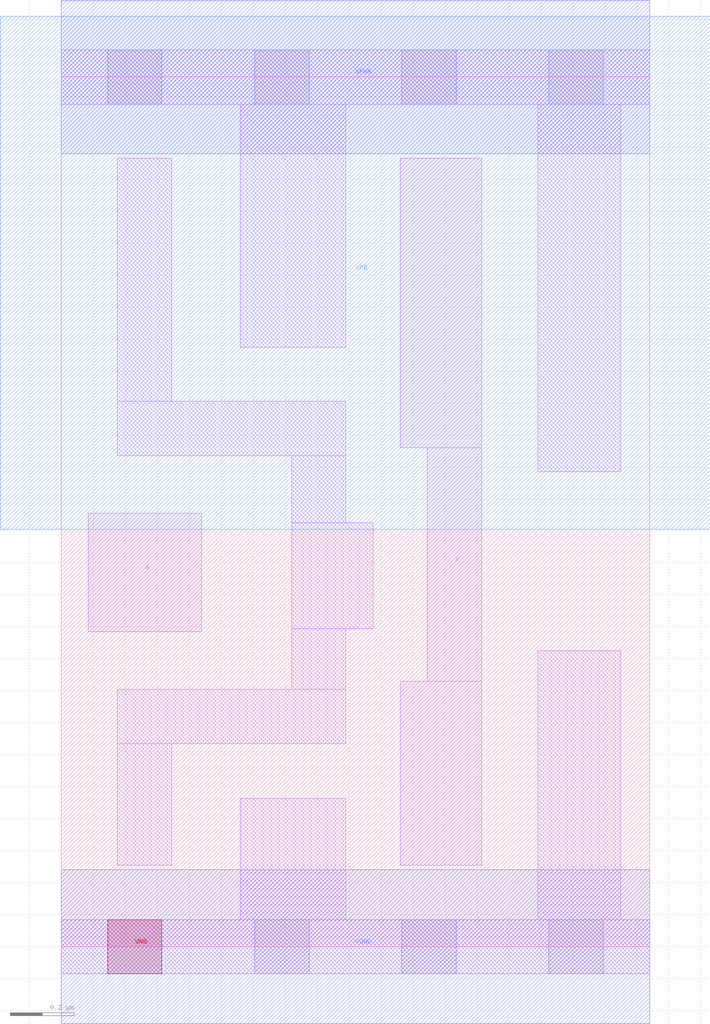
<source format=lef>
# Copyright 2020 The SkyWater PDK Authors
#
# Licensed under the Apache License, Version 2.0 (the "License");
# you may not use this file except in compliance with the License.
# You may obtain a copy of the License at
#
#     https://www.apache.org/licenses/LICENSE-2.0
#
# Unless required by applicable law or agreed to in writing, software
# distributed under the License is distributed on an "AS IS" BASIS,
# WITHOUT WARRANTIES OR CONDITIONS OF ANY KIND, either express or implied.
# See the License for the specific language governing permissions and
# limitations under the License.
#
# SPDX-License-Identifier: Apache-2.0

VERSION 5.7 ;
  NOWIREEXTENSIONATPIN ON ;
  DIVIDERCHAR "/" ;
  BUSBITCHARS "[]" ;
MACRO sky130_fd_sc_hd__buf_2
  CLASS CORE ;
  FOREIGN sky130_fd_sc_hd__buf_2 ;
  ORIGIN  0.000000  0.000000 ;
  SIZE  1.840000 BY  2.720000 ;
  SYMMETRY X Y R90 ;
  SITE unithd ;
  PIN A
    ANTENNAGATEAREA  0.159000 ;
    DIRECTION INPUT ;
    USE SIGNAL ;
    PORT
      LAYER li1 ;
        RECT 0.085000 0.985000 0.440000 1.355000 ;
    END
  END A
  PIN VNB
    PORT
      LAYER pwell ;
        RECT 0.145000 -0.085000 0.315000 0.085000 ;
    END
  END VNB
  PIN VPB
    PORT
      LAYER nwell ;
        RECT -0.190000 1.305000 2.030000 2.910000 ;
    END
  END VPB
  PIN X
    ANTENNADIFFAREA  0.445500 ;
    DIRECTION OUTPUT ;
    USE SIGNAL ;
    PORT
      LAYER li1 ;
        RECT 1.060000 0.255000 1.315000 0.830000 ;
        RECT 1.060000 1.560000 1.315000 2.465000 ;
        RECT 1.145000 0.830000 1.315000 1.560000 ;
    END
  END X
  PIN VGND
    DIRECTION INOUT ;
    SHAPE ABUTMENT ;
    USE GROUND ;
    PORT
      LAYER met1 ;
        RECT 0.000000 -0.240000 1.840000 0.240000 ;
    END
  END VGND
  PIN VPWR
    DIRECTION INOUT ;
    SHAPE ABUTMENT ;
    USE POWER ;
    PORT
      LAYER met1 ;
        RECT 0.000000 2.480000 1.840000 2.960000 ;
    END
  END VPWR
  OBS
    LAYER li1 ;
      RECT 0.000000 -0.085000 1.840000 0.085000 ;
      RECT 0.000000  2.635000 1.840000 2.805000 ;
      RECT 0.175000  0.255000 0.345000 0.635000 ;
      RECT 0.175000  0.635000 0.890000 0.805000 ;
      RECT 0.175000  1.535000 0.890000 1.705000 ;
      RECT 0.175000  1.705000 0.345000 2.465000 ;
      RECT 0.560000  0.085000 0.890000 0.465000 ;
      RECT 0.560000  1.875000 0.890000 2.635000 ;
      RECT 0.720000  0.805000 0.890000 0.995000 ;
      RECT 0.720000  0.995000 0.975000 1.325000 ;
      RECT 0.720000  1.325000 0.890000 1.535000 ;
      RECT 1.490000  0.085000 1.750000 0.925000 ;
      RECT 1.490000  1.485000 1.750000 2.635000 ;
    LAYER mcon ;
      RECT 0.145000 -0.085000 0.315000 0.085000 ;
      RECT 0.145000  2.635000 0.315000 2.805000 ;
      RECT 0.605000 -0.085000 0.775000 0.085000 ;
      RECT 0.605000  2.635000 0.775000 2.805000 ;
      RECT 1.065000 -0.085000 1.235000 0.085000 ;
      RECT 1.065000  2.635000 1.235000 2.805000 ;
      RECT 1.525000 -0.085000 1.695000 0.085000 ;
      RECT 1.525000  2.635000 1.695000 2.805000 ;
  END
END sky130_fd_sc_hd__buf_2
END LIBRARY

</source>
